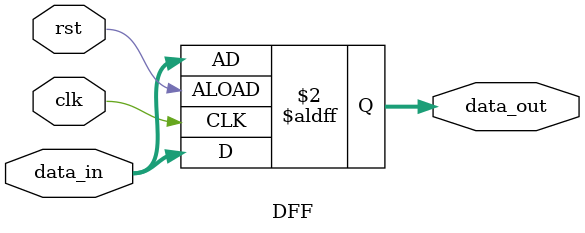
<source format=sv>

module DFF #(parameter N = 16) 
(
    input logic [N-1:0] data_in,
    input logic clk,rst,
    output logic [N-1:0] data_out
);

always_ff @( posedge clk ,posedge rst ) begin
    if (rst) data_out <= data_in;
    else data_out <= data_in;
end
    
endmodule
</source>
